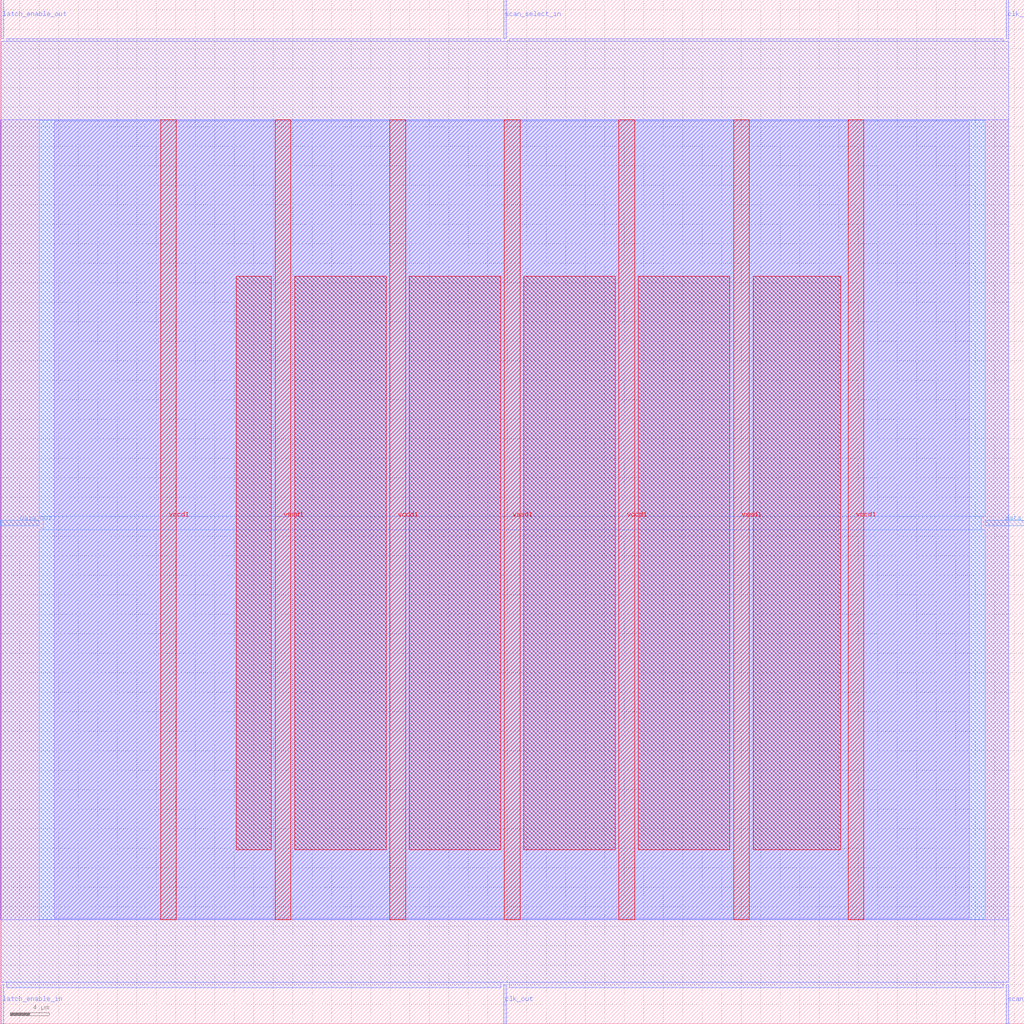
<source format=lef>
VERSION 5.7 ;
  NOWIREEXTENSIONATPIN ON ;
  DIVIDERCHAR "/" ;
  BUSBITCHARS "[]" ;
MACRO scan_wrapper_341063825089364563
  CLASS BLOCK ;
  FOREIGN scan_wrapper_341063825089364563 ;
  ORIGIN 0.000 0.000 ;
  SIZE 105.000 BY 105.000 ;
  PIN clk_in
    DIRECTION INPUT ;
    USE SIGNAL ;
    PORT
      LAYER met2 ;
        RECT 103.130 101.000 103.410 105.000 ;
    END
  END clk_in
  PIN clk_out
    DIRECTION OUTPUT TRISTATE ;
    USE SIGNAL ;
    PORT
      LAYER met2 ;
        RECT 51.610 0.000 51.890 4.000 ;
    END
  END clk_out
  PIN data_in
    DIRECTION INPUT ;
    USE SIGNAL ;
    PORT
      LAYER met3 ;
        RECT 101.000 51.040 105.000 51.640 ;
    END
  END data_in
  PIN data_out
    DIRECTION OUTPUT TRISTATE ;
    USE SIGNAL ;
    PORT
      LAYER met3 ;
        RECT 0.000 51.040 4.000 51.640 ;
    END
  END data_out
  PIN latch_enable_in
    DIRECTION INPUT ;
    USE SIGNAL ;
    PORT
      LAYER met2 ;
        RECT 0.090 0.000 0.370 4.000 ;
    END
  END latch_enable_in
  PIN latch_enable_out
    DIRECTION OUTPUT TRISTATE ;
    USE SIGNAL ;
    PORT
      LAYER met2 ;
        RECT 0.090 101.000 0.370 105.000 ;
    END
  END latch_enable_out
  PIN scan_select_in
    DIRECTION INPUT ;
    USE SIGNAL ;
    PORT
      LAYER met2 ;
        RECT 51.610 101.000 51.890 105.000 ;
    END
  END scan_select_in
  PIN scan_select_out
    DIRECTION OUTPUT TRISTATE ;
    USE SIGNAL ;
    PORT
      LAYER met2 ;
        RECT 103.130 0.000 103.410 4.000 ;
    END
  END scan_select_out
  PIN vccd1
    DIRECTION INOUT ;
    USE POWER ;
    PORT
      LAYER met4 ;
        RECT 16.465 10.640 18.065 92.720 ;
    END
    PORT
      LAYER met4 ;
        RECT 39.955 10.640 41.555 92.720 ;
    END
    PORT
      LAYER met4 ;
        RECT 63.445 10.640 65.045 92.720 ;
    END
    PORT
      LAYER met4 ;
        RECT 86.935 10.640 88.535 92.720 ;
    END
  END vccd1
  PIN vssd1
    DIRECTION INOUT ;
    USE GROUND ;
    PORT
      LAYER met4 ;
        RECT 28.210 10.640 29.810 92.720 ;
    END
    PORT
      LAYER met4 ;
        RECT 51.700 10.640 53.300 92.720 ;
    END
    PORT
      LAYER met4 ;
        RECT 75.190 10.640 76.790 92.720 ;
    END
  END vssd1
  OBS
      LAYER li1 ;
        RECT 5.520 10.795 99.360 92.565 ;
      LAYER met1 ;
        RECT 0.070 10.640 103.430 92.720 ;
      LAYER met2 ;
        RECT 0.650 100.720 51.330 101.000 ;
        RECT 52.170 100.720 102.850 101.000 ;
        RECT 0.100 4.280 103.400 100.720 ;
        RECT 0.650 3.670 51.330 4.280 ;
        RECT 52.170 3.670 102.850 4.280 ;
      LAYER met3 ;
        RECT 4.000 52.040 101.000 92.645 ;
        RECT 4.400 50.640 100.600 52.040 ;
        RECT 4.000 10.715 101.000 50.640 ;
      LAYER met4 ;
        RECT 24.215 17.855 27.810 76.665 ;
        RECT 30.210 17.855 39.555 76.665 ;
        RECT 41.955 17.855 51.300 76.665 ;
        RECT 53.700 17.855 63.045 76.665 ;
        RECT 65.445 17.855 74.790 76.665 ;
        RECT 77.190 17.855 86.185 76.665 ;
  END
END scan_wrapper_341063825089364563
END LIBRARY


</source>
